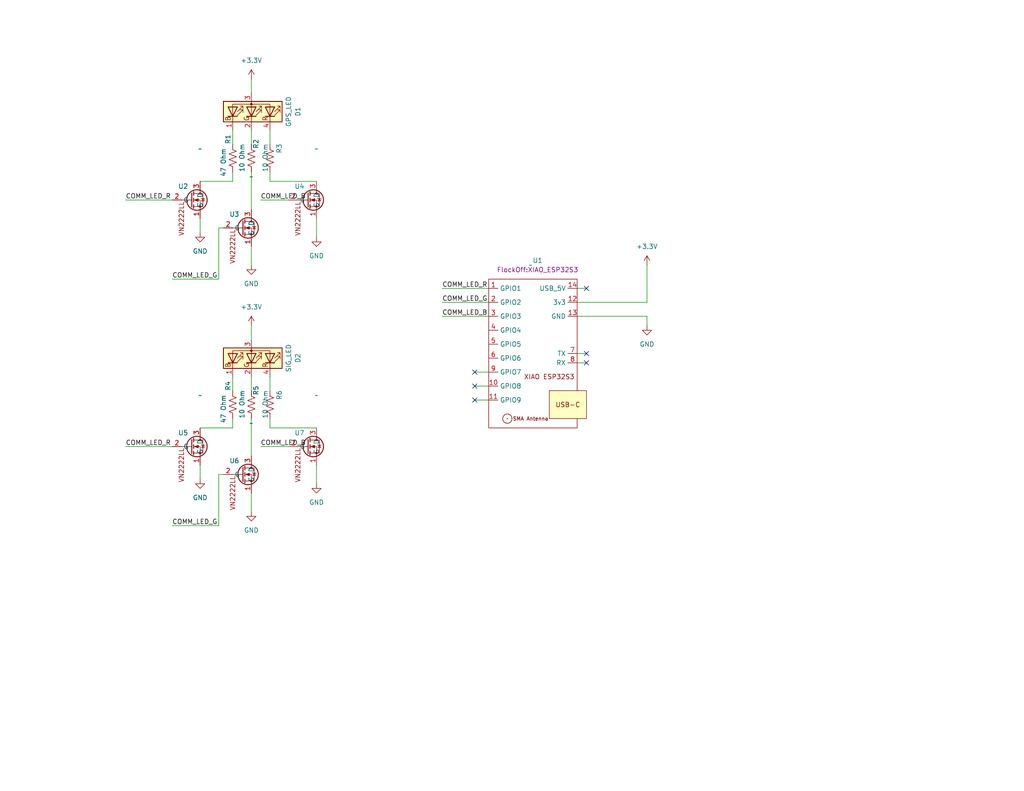
<source format=kicad_sch>
(kicad_sch (version 20230121) (generator eeschema)
  (paper "A")
  (title_block (title "FlockOff") (date "2025-10-29") (rev "A") (company "Mattydyne Heavy Industries"))
  (lib_symbols
    (symbol "Device:LED_BGAR" (pin_names (offset 0) hide)
      (property "Reference" "D" (at 0 9.398 0))
      (property "Value" "LED_BGAR" (at 0 -8.89 0))
      (symbol "LED_BGAR_0_0"
        (text "B" (at -1.905 -6.35 0) (effects (font (size 1.27 1.27))))
        (text "G" (at -1.905 -1.27 0) (effects (font (size 1.27 1.27))))
        (text "R" (at -1.905 3.81 0) (effects (font (size 1.27 1.27))))
      )
      (symbol "LED_BGAR_0_1"
        (polyline (pts (xy -1.27 -5.08) (xy -2.54 -5.08)))
        (polyline (pts (xy -1.27 -5.08) (xy 1.27 -5.08)))
        (polyline (pts (xy -1.27 -3.81) (xy -1.27 -6.35)) (stroke (width 0.254)))
        (polyline (pts (xy -1.27 0) (xy -2.54 0)))
        (polyline (pts (xy -1.27 1.27) (xy -1.27 -1.27)) (stroke (width 0.254)))
        (polyline (pts (xy -1.27 5.08) (xy -2.54 5.08)))
        (polyline (pts (xy -1.27 5.08) (xy 1.27 5.08)))
        (polyline (pts (xy -1.27 6.35) (xy -1.27 3.81)) (stroke (width 0.254)))
        (polyline (pts (xy 1.27 0) (xy -1.27 0)))
        (polyline (pts (xy 1.27 0) (xy 2.54 0)))
        (polyline (pts (xy -1.27 1.27) (xy -1.27 -1.27) (xy -1.27 -1.27)))
        (polyline (pts (xy -1.27 6.35) (xy -1.27 3.81) (xy -1.27 3.81)))
        (polyline (pts (xy 1.27 -5.08) (xy 2.032 -5.08) (xy 2.032 5.08) (xy 1.27 5.08)))
        (polyline (pts (xy 1.27 -3.81) (xy 1.27 -6.35) (xy -1.27 -5.08) (xy 1.27 -3.81)) (stroke (width 0.254)))
        (polyline (pts (xy 1.27 1.27) (xy 1.27 -1.27) (xy -1.27 0) (xy 1.27 1.27)) (stroke (width 0.254)))
        (polyline (pts (xy 1.27 6.35) (xy 1.27 3.81) (xy -1.27 5.08) (xy 1.27 6.35)) (stroke (width 0.254)))
        (polyline (pts (xy -1.016 -3.81) (xy 0.508 -2.286) (xy -0.254 -2.286) (xy 0.508 -2.286) (xy 0.508 -3.048)))
        (polyline (pts (xy -1.016 1.27) (xy 0.508 2.794) (xy -0.254 2.794) (xy 0.508 2.794) (xy 0.508 2.032)))
        (polyline (pts (xy -1.016 6.35) (xy 0.508 7.874) (xy -0.254 7.874) (xy 0.508 7.874) (xy 0.508 7.112)))
        (polyline (pts (xy 0 -3.81) (xy 1.524 -2.286) (xy 0.762 -2.286) (xy 1.524 -2.286) (xy 1.524 -3.048)))
        (polyline (pts (xy 0 1.27) (xy 1.524 2.794) (xy 0.762 2.794) (xy 1.524 2.794) (xy 1.524 2.032)))
        (polyline (pts (xy 0 6.35) (xy 1.524 7.874) (xy 0.762 7.874) (xy 1.524 7.874) (xy 1.524 7.112)))
        (rectangle (start 1.27 -1.27) (end 1.27 1.27))
        (rectangle (start 1.27 1.27) (end 1.27 1.27))
        (rectangle (start 1.27 3.81) (end 1.27 6.35))
        (rectangle (start 1.27 6.35) (end 1.27 6.35))
        (circle (center 2.032 0) (radius 0.254) (fill (type outline)))
        (rectangle (start 2.794 8.382) (end -2.794 -7.62) (stroke (width 0.254)) (fill (type background)))
      )
      (symbol "LED_BGAR_1_1"
        (pin passive line (at -5.08 -5.08 0) (length 2.54) (name "BK") (number "1"))
        (pin passive line (at -5.08 0 0) (length 2.54) (name "GK") (number "2"))
        (pin passive line (at 5.08 0 180) (length 2.54) (name "A") (number "3"))
        (pin passive line (at -5.08 5.08 0) (length 2.54) (name "RK") (number "4"))
      )
    )
    (symbol "Device:R_US" (pin_numbers hide) (pin_names (offset 0))
      (property "Reference" "R" (at 2.54 0 90))
      (property "Value" "R_US" (at -2.54 0 90))
      (symbol "R_US_0_1"
        (polyline (pts (xy 0 -2.286) (xy 0 -2.54)))
        (polyline (pts (xy 0 2.286) (xy 0 2.54)))
        (polyline (pts (xy 0 -0.762) (xy 1.016 -1.143) (xy 0 -1.524) (xy -1.016 -1.905) (xy 0 -2.286)))
        (polyline (pts (xy 0 0.762) (xy 1.016 0.381) (xy 0 0) (xy -1.016 -0.381) (xy 0 -0.762)))
        (polyline (pts (xy 0 2.286) (xy 1.016 1.905) (xy 0 1.524) (xy -1.016 1.143) (xy 0 0.762)))
      )
      (symbol "R_US_1_1"
        (pin passive line (at 0 3.81 270) (length 1.27) (name "~") (number "1"))
        (pin passive line (at 0 -3.81 90) (length 1.27) (name "~") (number "2"))
      )
    )
    (symbol "FlockOff:XIAO_ESP32S3"
      (property "Reference" "U" (at 0 20.32 0))
      (property "Footprint" "FlockOff:XIAO_ESP32S3" (at 0 21.59 0))
      (symbol "XIAO_ESP32S3_0_1"
        (circle (center -6.35 -20.32) (radius 1.27))
      )
      (symbol "XIAO_ESP32S3_1_1"
        (circle (center -6.35 -20.32) (radius 0.0001))
        (circle (center -6.35 -20.32) (radius 1.27) (stroke (width 0) (type dot)))
        (polyline (pts (xy -11.43 17.78) (xy 12.7 17.78) (xy 12.7 -12.7)))
        (polyline (pts (xy -11.43 17.78) (xy -11.43 -22.86) (xy 12.7 -22.86) (xy 12.7 -20.32)))
        (rectangle (start 5.08 -12.7) (end 15.24 -20.32) (fill (type background)))
        (text "SMA Antenna" (at 0 -20.32 0) (effects (font (size 1 1))))
        (text "USB-C" (at 10.16 -16.51 0) (effects (font (size 1.27 1.27))))
        (text "XIAO ESP32S3" (at 5.08 -8.89 0) (effects (font (size 1.27 1.27))))
        (pin bidirectional line (at -11.43 15.24 0) (length 2.54) (name "GPIO1") (number "1"))
        (pin bidirectional line (at -11.43 -11.43 0) (length 2.54) (name "GPIO8") (number "10"))
        (pin bidirectional line (at -11.43 -15.24 0) (length 2.54) (name "GPIO9") (number "11"))
        (pin power_out line (at 12.7 11.43 180) (length 2.54) (name "3v3") (number "12"))
        (pin power_out line (at 12.7 7.62 180) (length 2.54) (name "GND") (number "13"))
        (pin power_out line (at 12.7 15.24 180) (length 2.54) (name "USB_5V") (number "14"))
        (pin bidirectional line (at -11.43 11.43 0) (length 2.54) (name "GPIO2") (number "2"))
        (pin bidirectional line (at -11.43 7.62 0) (length 2.54) (name "GPIO3") (number "3"))
        (pin bidirectional line (at -11.43 3.81 0) (length 2.54) (name "GPIO4") (number "4"))
        (pin bidirectional line (at -11.43 0 0) (length 2.54) (name "GPIO5") (number "5"))
        (pin bidirectional line (at -11.43 -3.81 0) (length 2.54) (name "GPIO6") (number "6"))
        (pin output line (at 12.7 -2.54 180) (length 2.54) (name "TX") (number "7"))
        (pin input line (at 12.7 -5.08 180) (length 2.54) (name "RX") (number "8"))
        (pin bidirectional line (at -11.43 -7.62 0) (length 2.54) (name "GPIO7") (number "9"))
      )
    )
    (symbol "power:+3.3V" (power) (pin_names (offset 0))
      (property "Value" "+3.3V" (at 0 3.556 0))
      (symbol "+3.3V_0_1"
        (polyline (pts (xy -0.762 1.27) (xy 0 2.54)))
        (polyline (pts (xy 0 0) (xy 0 2.54)))
        (polyline (pts (xy 0 2.54) (xy 0.762 1.27)))
      )
      (symbol "+3.3V_1_1"
        (pin power_in line (at 0 0 90) (length 0) hide (name "+3.3V") (number "1"))
      )
    )
    (symbol "power:GND" (power) (pin_names (offset 0))
      (property "Value" "GND" (at 0 -3.81 0))
      (symbol "GND_0_1"
        (polyline (pts (xy 0 0) (xy 0 -1.27) (xy 1.27 -1.27) (xy 0 -2.54) (xy -1.27 -1.27) (xy 0 -1.27)))
      )
      (symbol "GND_1_1"
        (pin power_in line (at 0 0 270) (length 0) hide (name "GND") (number "1"))
      )
    )
    (symbol "vn2222ll_1"
      (property "Reference" "U3" (at -6.0173 -10.2352 0))
      (property "Value" "~" (at 0 0 0))
      (symbol "vn2222ll_1_0_1"
        (circle (center -0.889 -13.97) (radius 2.794) (stroke (width 0.254)))
        (circle (center 0 -15.748) (radius 0.254) (fill (type outline)))
        (circle (center 0 -12.192) (radius 0.254) (fill (type outline)))
        (polyline (pts (xy -2.286 -13.97) (xy -5.08 -13.97)))
        (polyline (pts (xy -2.286 -12.065) (xy -2.286 -15.875)) (stroke (width 0.254)))
        (polyline (pts (xy -1.778 -15.24) (xy -1.778 -16.256)) (stroke (width 0.254)))
        (polyline (pts (xy -1.778 -13.462) (xy -1.778 -14.478)) (stroke (width 0.254)))
        (polyline (pts (xy -1.778 -11.684) (xy -1.778 -12.7)) (stroke (width 0.254)))
        (polyline (pts (xy 0 -11.43) (xy 0 -12.192)))
        (polyline (pts (xy 0 -16.51) (xy 0 -13.97) (xy -1.778 -13.97)))
        (polyline (pts (xy -1.778 -15.748) (xy 0.762 -15.748) (xy 0.762 -12.192) (xy -1.778 -12.192)))
        (polyline (pts (xy -1.524 -13.97) (xy -0.508 -13.589) (xy -0.508 -14.351) (xy -1.524 -13.97)) (fill (type outline)))
        (polyline (pts (xy 0.254 -13.462) (xy 0.381 -13.589) (xy 1.143 -13.589) (xy 1.27 -13.716)))
        (polyline (pts (xy 0.762 -13.589) (xy 0.381 -14.224) (xy 1.143 -14.224) (xy 0.762 -13.589)))
      )
      (symbol "vn2222ll_1_1_1"
        (text "VN2222LL" (at -5.08 -19.05 900) (effects (font (size 1.27 1.27))))
        (pin passive line (at 0 -19.05 90) (length 2.54) (name "S") (number "1"))
        (pin input line (at -7.62 -13.97 0) (length 2.54) (name "G") (number "2"))
        (pin passive line (at 0 -8.89 270) (length 2.54) (name "D") (number "3"))
      )
    )
  )
  (no_connect (at 129.54 105.41))
  (no_connect (at 160.02 99.06))
  (no_connect (at 160.02 96.52))
  (no_connect (at 129.54 109.22))
  (no_connect (at 129.54 101.6))
  (no_connect (at 160.02 78.74))
  (wire (pts (xy 68.58 35.56) (xy 68.58 39.37)))
  (wire (pts (xy 176.53 82.55) (xy 176.53 72.39)))
  (wire (pts (xy 63.5 49.53) (xy 54.61 49.53)))
  (wire (pts (xy 59.69 129.54) (xy 60.96 129.54)))
  (wire (pts (xy 73.66 116.84) (xy 86.36 116.84)))
  (wire (pts (xy 68.58 102.87) (xy 68.58 106.68)))
  (wire (pts (xy 120.65 78.74) (xy 133.35 78.74)))
  (wire (pts (xy 71.12 54.61) (xy 78.74 54.61)))
  (wire (pts (xy 63.5 116.84) (xy 54.61 116.84)))
  (wire (pts (xy 63.5 46.99) (xy 63.5 49.53)))
  (wire (pts (xy 71.12 121.92) (xy 78.74 121.92)))
  (wire (pts (xy 157.48 78.74) (xy 160.02 78.74)))
  (wire (pts (xy 46.99 143.51) (xy 59.69 143.51)))
  (wire (pts (xy 54.61 127) (xy 54.61 130.81)))
  (wire (pts (xy 34.29 54.61) (xy 46.99 54.61)))
  (wire (pts (xy 129.54 101.6) (xy 133.35 101.6)))
  (wire (pts (xy 157.48 99.06) (xy 160.02 99.06)))
  (wire (pts (xy 73.66 49.53) (xy 86.36 49.53)))
  (wire (pts (xy 63.5 35.56) (xy 63.5 39.37)))
  (wire (pts (xy 68.58 114.3) (xy 68.58 124.46)))
  (wire (pts (xy 157.48 86.36) (xy 176.53 86.36)))
  (wire (pts (xy 68.58 67.31) (xy 68.58 72.39)))
  (wire (pts (xy 34.29 121.92) (xy 46.99 121.92)))
  (wire (pts (xy 68.58 21.59) (xy 68.58 25.4)))
  (wire (pts (xy 73.66 35.56) (xy 73.66 39.37)))
  (wire (pts (xy 129.54 105.41) (xy 133.35 105.41)))
  (wire (pts (xy 68.58 134.62) (xy 68.58 139.7)))
  (wire (pts (xy 46.99 76.2) (xy 59.69 76.2)))
  (wire (pts (xy 59.69 62.23) (xy 60.96 62.23)))
  (wire (pts (xy 73.66 114.3) (xy 73.66 116.84)))
  (wire (pts (xy 68.58 46.99) (xy 68.58 57.15)))
  (wire (pts (xy 129.54 109.22) (xy 133.35 109.22)))
  (wire (pts (xy 59.69 129.54) (xy 59.69 143.51)))
  (wire (pts (xy 63.5 102.87) (xy 63.5 106.68)))
  (wire (pts (xy 86.36 127) (xy 86.36 132.08)))
  (wire (pts (xy 68.58 88.9) (xy 68.58 92.71)))
  (wire (pts (xy 157.48 96.52) (xy 160.02 96.52)))
  (wire (pts (xy 120.65 86.36) (xy 133.35 86.36)))
  (wire (pts (xy 59.69 62.23) (xy 59.69 76.2)))
  (wire (pts (xy 73.66 102.87) (xy 73.66 106.68)))
  (wire (pts (xy 157.48 82.55) (xy 176.53 82.55)))
  (wire (pts (xy 86.36 59.69) (xy 86.36 64.77)))
  (wire (pts (xy 120.65 82.55) (xy 133.35 82.55)))
  (wire (pts (xy 54.61 59.69) (xy 54.61 63.5)))
  (wire (pts (xy 63.5 114.3) (xy 63.5 116.84)))
  (wire (pts (xy 176.53 86.36) (xy 176.53 88.9)))
  (wire (pts (xy 73.66 46.99) (xy 73.66 49.53)))
  (label "COMM_LED_R" (at 34.29 54.61 0))
  (label "COMM_LED_R" (at 34.29 121.92 0))
  (label "COMM_LED_G" (at 120.65 82.55 0))
  (label "COMM_LED_R" (at 120.65 78.74 0))
  (label "COMM_LED_G" (at 46.99 76.2 0))
  (label "COMM_LED_G" (at 46.99 143.51 0))
  (label "COMM_LED_B" (at 71.12 121.92 0))
  (label "COMM_LED_B" (at 71.12 54.61 0))
  (label "COMM_LED_B" (at 120.65 86.36 0))
  (symbol (lib_id "Device:R_US") (at 63.5 43.18 180) (unit 1)
    (property "Reference" "R1" (at 62.23 39.37 90) (effects (justify right)))
    (property "Value" "47 Ohm" (at 60.96 48.26 90) (effects (justify right)))
    (property "Footprint" "Resistor_THT:R_Axial_DIN0207_L6.3mm_D2.5mm_P7.62mm_Horizontal" (effects hide))
  )
  (symbol (lib_name "vn2222ll_1") (lib_id "FlockOff:vn2222ll") (at 68.58 48.26 0) (unit 1)
    (property "Reference" "U3" (at 62.5627 58.4952 0) (effects (justify left)))
    (property "Value" "~" (at 68.58 48.26 0))
    (property "Footprint" "Package_TO_SOT_THT:TO-92L_Inline" (effects hide))
  )
  (symbol (lib_id "power:GND") (at 86.36 132.08 0) (unit 1)
    (property "Reference" "#PWR010" (effects hide))
    (property "Value" "GND" (at 86.36 137.16 0))
  )
  (symbol (lib_id "power:+3.3V") (at 68.58 88.9 0) (unit 1)
    (property "Reference" "#PWR08" (effects hide))
    (property "Value" "+3.3V" (at 68.58 83.82 0))
  )
  (symbol (lib_id "Device:LED_BGAR") (at 68.58 30.48 270) (mirror x) (unit 1)
    (property "Reference" "D1" (at 81.28 30.48 0))
    (property "Value" "GPS_LED" (at 78.74 30.48 0))
    (property "Footprint" "LED_THT:LED_D5.0mm-4_RGB_Wide_Pins" (effects hide))
  )
  (symbol (lib_id "power:GND") (at 54.61 63.5 0) (unit 1)
    (property "Reference" "#PWR05" (effects hide))
    (property "Value" "GND" (at 54.61 68.58 0))
  )
  (symbol (lib_id "power:GND") (at 68.58 139.7 0) (unit 1)
    (property "Reference" "#PWR09" (effects hide))
    (property "Value" "GND" (at 68.58 144.78 0))
  )
  (symbol (lib_id "power:GND") (at 176.53 88.9 0) (unit 1)
    (property "Reference" "#PWR02" (effects hide))
    (property "Value" "GND" (at 176.53 93.98 0))
  )
  (symbol (lib_id "Device:R_US") (at 73.66 110.49 180) (unit 1)
    (property "Reference" "R6" (at 76.2 109.22 90) (effects (justify right)))
    (property "Value" "10 Ohm" (at 72.39 114.3 90) (effects (justify right)))
    (property "Footprint" "Resistor_THT:R_Axial_DIN0207_L6.3mm_D2.5mm_P7.62mm_Horizontal" (effects hide))
  )
  (symbol (lib_name "vn2222ll_1") (lib_id "FlockOff:vn2222ll") (at 68.58 115.57 0) (unit 1)
    (property "Reference" "U6" (at 62.5627 125.8052 0) (effects (justify left)))
    (property "Value" "~" (at 68.58 115.57 0))
    (property "Footprint" "Package_TO_SOT_THT:TO-92L_Inline" (effects hide))
  )
  (symbol (lib_id "Device:R_US") (at 68.58 110.49 180) (unit 1)
    (property "Reference" "R5" (at 69.85 107.95 90) (effects (justify right)))
    (property "Value" "10 Ohm" (at 66.04 114.3 90) (effects (justify right)))
    (property "Footprint" "Resistor_THT:R_Axial_DIN0207_L6.3mm_D2.5mm_P7.62mm_Horizontal" (effects hide))
  )
  (symbol (lib_id "Device:R_US") (at 63.5 110.49 180) (unit 1)
    (property "Reference" "R4" (at 62.23 106.68 90) (effects (justify right)))
    (property "Value" "47 Ohm" (at 60.96 115.57 90) (effects (justify right)))
    (property "Footprint" "Resistor_THT:R_Axial_DIN0207_L6.3mm_D2.5mm_P7.62mm_Horizontal" (effects hide))
  )
  (symbol (lib_id "power:GND") (at 54.61 130.81 0) (unit 1)
    (property "Reference" "#PWR04" (effects hide))
    (property "Value" "GND" (at 54.61 135.89 0))
  )
  (symbol (lib_id "Device:LED_BGAR") (at 68.58 97.79 270) (mirror x) (unit 1)
    (property "Reference" "D2" (at 81.28 97.79 0))
    (property "Value" "SIG_LED" (at 78.74 97.79 0))
    (property "Footprint" "LED_THT:LED_D5.0mm-4_RGB_Wide_Pins" (effects hide))
  )
  (symbol (lib_id "Device:R_US") (at 68.58 43.18 180) (unit 1)
    (property "Reference" "R2" (at 69.85 40.64 90) (effects (justify right)))
    (property "Value" "10 Ohm" (at 66.04 46.99 90) (effects (justify right)))
    (property "Footprint" "Resistor_THT:R_Axial_DIN0207_L6.3mm_D2.5mm_P7.62mm_Horizontal" (effects hide))
  )
  (symbol (lib_id "Device:R_US") (at 73.66 43.18 180) (unit 1)
    (property "Reference" "R3" (at 76.2 41.91 90) (effects (justify right)))
    (property "Value" "10 Ohm" (at 72.39 46.99 90) (effects (justify right)))
    (property "Footprint" "Resistor_THT:R_Axial_DIN0207_L6.3mm_D2.5mm_P7.62mm_Horizontal" (effects hide))
  )
  (symbol (lib_id "power:GND") (at 68.58 72.39 0) (unit 1)
    (property "Reference" "#PWR06" (effects hide))
    (property "Value" "GND" (at 68.58 77.47 0))
  )
  (symbol (lib_name "vn2222ll_1") (lib_id "FlockOff:vn2222ll") (at 54.61 40.64 0) (unit 1)
    (property "Reference" "U2" (at 48.5927 50.8752 0) (effects (justify left)))
    (property "Value" "~" (at 54.61 40.64 0))
    (property "Footprint" "Package_TO_SOT_THT:TO-92L_Inline" (effects hide))
  )
  (symbol (lib_id "power:+3.3V") (at 176.53 72.39 0) (unit 1)
    (property "Reference" "#PWR01" (effects hide))
    (property "Value" "+3.3V" (at 176.53 67.31 0))
  )
  (symbol (lib_name "vn2222ll_1") (lib_id "FlockOff:vn2222ll") (at 86.36 40.64 0) (unit 1)
    (property "Reference" "U4" (at 80.3427 50.8752 0) (effects (justify left)))
    (property "Value" "~" (at 86.36 40.64 0))
    (property "Footprint" "Package_TO_SOT_THT:TO-92L_Inline" (effects hide))
  )
  (symbol (lib_id "power:+3.3V") (at 68.58 21.59 0) (unit 1)
    (property "Reference" "#PWR03" (effects hide))
    (property "Value" "+3.3V" (at 68.58 16.51 0))
  )
  (symbol (lib_id "FlockOff:XIAO_ESP32S3") (at 144.78 93.98 0) (unit 1)
    (property "Reference" "U1" (at 146.685 71.12 0))
    (property "Value" "~" (at 144.78 72.39 0))
    (property "Footprint" "FlockOff:XIAO_ESP32S3" (at 146.685 73.66 0))
  )
  (symbol (lib_name "vn2222ll_1") (lib_id "FlockOff:vn2222ll") (at 54.61 107.95 0) (unit 1)
    (property "Reference" "U5" (at 48.5927 118.1852 0) (effects (justify left)))
    (property "Value" "~" (at 54.61 107.95 0))
    (property "Footprint" "Package_TO_SOT_THT:TO-92L_Inline" (effects hide))
  )
  (symbol (lib_id "power:GND") (at 86.36 64.77 0) (unit 1)
    (property "Reference" "#PWR07" (effects hide))
    (property "Value" "GND" (at 86.36 69.85 0))
  )
  (symbol (lib_name "vn2222ll_1") (lib_id "FlockOff:vn2222ll") (at 86.36 107.95 0) (unit 1)
    (property "Reference" "U7" (at 80.3427 118.1852 0) (effects (justify left)))
    (property "Value" "~" (at 86.36 107.95 0))
    (property "Footprint" "Package_TO_SOT_THT:TO-92L_Inline" (effects hide))
  )
)
</source>
